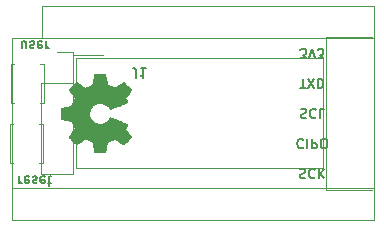
<source format=gbr>
G04 #@! TF.GenerationSoftware,KiCad,Pcbnew,5.1.5+dfsg1-2build2*
G04 #@! TF.CreationDate,2021-03-15T22:22:15+01:00*
G04 #@! TF.ProjectId,ProMicro_CONN,50726f4d-6963-4726-9f5f-434f4e4e2e6b,v1.5*
G04 #@! TF.SameCoordinates,Original*
G04 #@! TF.FileFunction,Legend,Bot*
G04 #@! TF.FilePolarity,Positive*
%FSLAX46Y46*%
G04 Gerber Fmt 4.6, Leading zero omitted, Abs format (unit mm)*
G04 Created by KiCad*
%MOMM*%
%LPD*%
G04 APERTURE LIST*
%ADD10C,0.200000*%
%ADD11C,0.120000*%
%ADD12C,0.010000*%
G04 APERTURE END LIST*
D10*
X160261428Y-116516190D02*
X160375714Y-116478095D01*
X160566190Y-116478095D01*
X160642380Y-116516190D01*
X160680476Y-116554285D01*
X160718571Y-116630476D01*
X160718571Y-116706666D01*
X160680476Y-116782857D01*
X160642380Y-116820952D01*
X160566190Y-116859047D01*
X160413809Y-116897142D01*
X160337619Y-116935238D01*
X160299523Y-116973333D01*
X160261428Y-117049523D01*
X160261428Y-117125714D01*
X160299523Y-117201904D01*
X160337619Y-117240000D01*
X160413809Y-117278095D01*
X160604285Y-117278095D01*
X160718571Y-117240000D01*
X161518571Y-116554285D02*
X161480476Y-116516190D01*
X161366190Y-116478095D01*
X161290000Y-116478095D01*
X161175714Y-116516190D01*
X161099523Y-116592380D01*
X161061428Y-116668571D01*
X161023333Y-116820952D01*
X161023333Y-116935238D01*
X161061428Y-117087619D01*
X161099523Y-117163809D01*
X161175714Y-117240000D01*
X161290000Y-117278095D01*
X161366190Y-117278095D01*
X161480476Y-117240000D01*
X161518571Y-117201904D01*
X161861428Y-116478095D02*
X161861428Y-117278095D01*
X162318571Y-116478095D02*
X161975714Y-116935238D01*
X162318571Y-117278095D02*
X161861428Y-116820952D01*
X160528095Y-114014285D02*
X160490000Y-113976190D01*
X160375714Y-113938095D01*
X160299523Y-113938095D01*
X160185238Y-113976190D01*
X160109047Y-114052380D01*
X160070952Y-114128571D01*
X160032857Y-114280952D01*
X160032857Y-114395238D01*
X160070952Y-114547619D01*
X160109047Y-114623809D01*
X160185238Y-114700000D01*
X160299523Y-114738095D01*
X160375714Y-114738095D01*
X160490000Y-114700000D01*
X160528095Y-114661904D01*
X160870952Y-113938095D02*
X160870952Y-114738095D01*
X161251904Y-113938095D02*
X161251904Y-114738095D01*
X161556666Y-114738095D01*
X161632857Y-114700000D01*
X161670952Y-114661904D01*
X161709047Y-114585714D01*
X161709047Y-114471428D01*
X161670952Y-114395238D01*
X161632857Y-114357142D01*
X161556666Y-114319047D01*
X161251904Y-114319047D01*
X162204285Y-114738095D02*
X162356666Y-114738095D01*
X162432857Y-114700000D01*
X162509047Y-114623809D01*
X162547142Y-114471428D01*
X162547142Y-114204761D01*
X162509047Y-114052380D01*
X162432857Y-113976190D01*
X162356666Y-113938095D01*
X162204285Y-113938095D01*
X162128095Y-113976190D01*
X162051904Y-114052380D01*
X162013809Y-114204761D01*
X162013809Y-114471428D01*
X162051904Y-114623809D01*
X162128095Y-114700000D01*
X162204285Y-114738095D01*
X160337619Y-111436190D02*
X160451904Y-111398095D01*
X160642380Y-111398095D01*
X160718571Y-111436190D01*
X160756666Y-111474285D01*
X160794761Y-111550476D01*
X160794761Y-111626666D01*
X160756666Y-111702857D01*
X160718571Y-111740952D01*
X160642380Y-111779047D01*
X160490000Y-111817142D01*
X160413809Y-111855238D01*
X160375714Y-111893333D01*
X160337619Y-111969523D01*
X160337619Y-112045714D01*
X160375714Y-112121904D01*
X160413809Y-112160000D01*
X160490000Y-112198095D01*
X160680476Y-112198095D01*
X160794761Y-112160000D01*
X161594761Y-111474285D02*
X161556666Y-111436190D01*
X161442380Y-111398095D01*
X161366190Y-111398095D01*
X161251904Y-111436190D01*
X161175714Y-111512380D01*
X161137619Y-111588571D01*
X161099523Y-111740952D01*
X161099523Y-111855238D01*
X161137619Y-112007619D01*
X161175714Y-112083809D01*
X161251904Y-112160000D01*
X161366190Y-112198095D01*
X161442380Y-112198095D01*
X161556666Y-112160000D01*
X161594761Y-112121904D01*
X162318571Y-111398095D02*
X161937619Y-111398095D01*
X161937619Y-112198095D01*
X160280476Y-109658095D02*
X160737619Y-109658095D01*
X160509047Y-108858095D02*
X160509047Y-109658095D01*
X160928095Y-109658095D02*
X161461428Y-108858095D01*
X161461428Y-109658095D02*
X160928095Y-108858095D01*
X161766190Y-108858095D02*
X161766190Y-109658095D01*
X161956666Y-109658095D01*
X162070952Y-109620000D01*
X162147142Y-109543809D01*
X162185238Y-109467619D01*
X162223333Y-109315238D01*
X162223333Y-109200952D01*
X162185238Y-109048571D01*
X162147142Y-108972380D01*
X162070952Y-108896190D01*
X161956666Y-108858095D01*
X161766190Y-108858095D01*
X160299523Y-107118095D02*
X160794761Y-107118095D01*
X160528095Y-106813333D01*
X160642380Y-106813333D01*
X160718571Y-106775238D01*
X160756666Y-106737142D01*
X160794761Y-106660952D01*
X160794761Y-106470476D01*
X160756666Y-106394285D01*
X160718571Y-106356190D01*
X160642380Y-106318095D01*
X160413809Y-106318095D01*
X160337619Y-106356190D01*
X160299523Y-106394285D01*
X161023333Y-107118095D02*
X161290000Y-106318095D01*
X161556666Y-107118095D01*
X161747142Y-107118095D02*
X162242380Y-107118095D01*
X161975714Y-106813333D01*
X162090000Y-106813333D01*
X162166190Y-106775238D01*
X162204285Y-106737142D01*
X162242380Y-106660952D01*
X162242380Y-106470476D01*
X162204285Y-106394285D01*
X162166190Y-106356190D01*
X162090000Y-106318095D01*
X161861428Y-106318095D01*
X161785238Y-106356190D01*
X161747142Y-106394285D01*
D11*
X141085000Y-106835000D02*
X141085000Y-109375000D01*
X141085000Y-106835000D02*
X143625000Y-106835000D01*
X141335000Y-107085000D02*
X141335000Y-116435000D01*
X162195000Y-107085000D02*
X141335000Y-107085000D01*
X162195000Y-116435000D02*
X162195000Y-107085000D01*
X141335000Y-116435000D02*
X162195000Y-116435000D01*
D12*
G36*
X140470931Y-112315814D02*
G01*
X140915555Y-112399635D01*
X141043053Y-112708920D01*
X141170551Y-113018206D01*
X140918246Y-113389246D01*
X140847996Y-113493157D01*
X140785272Y-113587087D01*
X140732938Y-113666652D01*
X140693857Y-113727470D01*
X140670893Y-113765157D01*
X140665942Y-113775421D01*
X140678676Y-113793910D01*
X140713882Y-113833420D01*
X140767062Y-113889522D01*
X140833718Y-113957787D01*
X140909354Y-114033786D01*
X140989472Y-114113092D01*
X141069574Y-114191275D01*
X141145164Y-114263907D01*
X141211745Y-114326559D01*
X141264818Y-114374803D01*
X141299887Y-114404210D01*
X141311623Y-114411241D01*
X141333260Y-114401123D01*
X141380662Y-114372759D01*
X141449193Y-114329129D01*
X141534215Y-114273218D01*
X141631093Y-114208006D01*
X141686350Y-114170219D01*
X141787248Y-114101343D01*
X141878299Y-114040140D01*
X141954970Y-113989578D01*
X142012728Y-113952628D01*
X142047043Y-113932258D01*
X142054254Y-113929197D01*
X142074748Y-113936136D01*
X142122513Y-113955051D01*
X142190832Y-113983087D01*
X142272989Y-114017391D01*
X142362270Y-114055109D01*
X142451958Y-114093387D01*
X142535338Y-114129370D01*
X142605694Y-114160206D01*
X142656310Y-114183039D01*
X142680471Y-114195017D01*
X142681422Y-114195724D01*
X142686036Y-114214531D01*
X142696328Y-114264618D01*
X142711287Y-114340793D01*
X142729901Y-114437865D01*
X142751159Y-114550643D01*
X142763418Y-114616442D01*
X142786362Y-114736950D01*
X142808195Y-114845797D01*
X142827722Y-114937476D01*
X142843748Y-115006481D01*
X142855079Y-115047304D01*
X142858674Y-115055511D01*
X142883006Y-115063548D01*
X142937959Y-115070033D01*
X143017108Y-115074970D01*
X143114026Y-115078364D01*
X143222287Y-115080218D01*
X143335465Y-115080538D01*
X143447135Y-115079327D01*
X143550868Y-115076590D01*
X143640241Y-115072331D01*
X143708826Y-115066555D01*
X143750197Y-115059267D01*
X143758810Y-115054895D01*
X143769133Y-115028764D01*
X143783892Y-114973393D01*
X143801352Y-114896107D01*
X143819780Y-114804230D01*
X143825741Y-114772158D01*
X143854066Y-114617524D01*
X143876876Y-114495375D01*
X143895080Y-114401673D01*
X143909583Y-114332384D01*
X143921292Y-114283471D01*
X143931115Y-114250897D01*
X143939956Y-114230628D01*
X143948724Y-114218626D01*
X143950457Y-114216947D01*
X143978371Y-114200184D01*
X144032695Y-114174614D01*
X144106777Y-114142788D01*
X144193965Y-114107260D01*
X144287608Y-114070583D01*
X144381052Y-114035311D01*
X144467647Y-114003996D01*
X144540740Y-113979193D01*
X144593678Y-113963454D01*
X144619811Y-113959332D01*
X144620726Y-113959676D01*
X144642086Y-113973641D01*
X144689084Y-114005322D01*
X144756827Y-114051391D01*
X144840423Y-114108518D01*
X144934982Y-114173373D01*
X144961854Y-114191843D01*
X145059275Y-114257699D01*
X145148163Y-114315650D01*
X145223412Y-114362538D01*
X145279920Y-114395207D01*
X145312581Y-114410500D01*
X145316593Y-114411241D01*
X145337684Y-114398392D01*
X145379464Y-114362888D01*
X145437445Y-114309293D01*
X145507135Y-114242171D01*
X145584045Y-114166087D01*
X145663683Y-114085604D01*
X145741561Y-114005287D01*
X145813186Y-113929699D01*
X145874070Y-113863405D01*
X145919721Y-113810969D01*
X145945650Y-113776955D01*
X145949883Y-113767545D01*
X145939912Y-113745643D01*
X145913020Y-113700800D01*
X145873736Y-113640321D01*
X145842117Y-113593789D01*
X145784098Y-113509475D01*
X145715784Y-113409626D01*
X145647579Y-113309473D01*
X145611075Y-113255627D01*
X145487800Y-113073371D01*
X145570520Y-112920381D01*
X145606759Y-112850682D01*
X145634926Y-112791414D01*
X145650991Y-112751311D01*
X145653226Y-112741103D01*
X145636722Y-112728829D01*
X145590082Y-112704613D01*
X145517609Y-112670263D01*
X145423606Y-112627588D01*
X145312374Y-112578394D01*
X145188215Y-112524490D01*
X145055432Y-112467684D01*
X144918327Y-112409782D01*
X144781202Y-112352593D01*
X144648358Y-112297924D01*
X144524098Y-112247584D01*
X144412725Y-112203380D01*
X144318539Y-112167119D01*
X144245844Y-112140609D01*
X144198941Y-112125658D01*
X144182833Y-112123254D01*
X144162286Y-112142311D01*
X144128933Y-112184036D01*
X144089702Y-112239706D01*
X144086599Y-112244378D01*
X143971423Y-112388264D01*
X143837053Y-112504283D01*
X143687784Y-112591430D01*
X143527913Y-112648699D01*
X143361737Y-112675086D01*
X143193552Y-112669585D01*
X143027655Y-112631190D01*
X142868342Y-112558895D01*
X142833487Y-112537626D01*
X142692737Y-112426996D01*
X142579714Y-112296302D01*
X142495003Y-112150064D01*
X142439194Y-111992808D01*
X142412874Y-111829057D01*
X142416630Y-111663333D01*
X142451050Y-111500162D01*
X142516723Y-111344065D01*
X142614235Y-111199567D01*
X142653813Y-111154869D01*
X142777703Y-111041112D01*
X142908124Y-110958218D01*
X143054315Y-110901356D01*
X143199088Y-110869687D01*
X143361860Y-110861869D01*
X143525440Y-110887938D01*
X143684298Y-110945245D01*
X143832906Y-111031144D01*
X143965735Y-111142986D01*
X144077256Y-111278123D01*
X144089011Y-111295883D01*
X144127508Y-111352150D01*
X144160863Y-111394923D01*
X144182160Y-111415372D01*
X144182833Y-111415669D01*
X144205871Y-111411279D01*
X144258157Y-111393876D01*
X144335390Y-111365268D01*
X144433268Y-111327265D01*
X144547491Y-111281674D01*
X144673758Y-111230303D01*
X144807767Y-111174962D01*
X144945218Y-111117458D01*
X145081808Y-111059601D01*
X145213237Y-111003198D01*
X145335205Y-110950058D01*
X145443409Y-110901990D01*
X145533549Y-110860801D01*
X145601323Y-110828301D01*
X145642430Y-110806297D01*
X145653226Y-110797436D01*
X145644819Y-110770360D01*
X145622272Y-110719697D01*
X145589613Y-110654183D01*
X145570520Y-110618159D01*
X145487800Y-110465168D01*
X145611075Y-110282912D01*
X145674228Y-110189875D01*
X145743727Y-110088015D01*
X145809165Y-109992562D01*
X145842117Y-109944750D01*
X145887273Y-109877505D01*
X145923057Y-109820564D01*
X145944938Y-109781354D01*
X145949563Y-109768619D01*
X145937085Y-109750083D01*
X145902252Y-109709059D01*
X145848678Y-109649525D01*
X145779983Y-109575458D01*
X145699781Y-109490835D01*
X145648286Y-109437315D01*
X145556286Y-109343681D01*
X145473999Y-109262759D01*
X145404945Y-109197823D01*
X145352644Y-109152142D01*
X145320616Y-109128989D01*
X145314116Y-109126768D01*
X145289394Y-109137076D01*
X145239405Y-109165561D01*
X145169212Y-109209063D01*
X145083875Y-109264423D01*
X144988456Y-109328480D01*
X144961854Y-109346697D01*
X144865167Y-109413073D01*
X144778117Y-109472622D01*
X144705595Y-109522016D01*
X144652493Y-109557925D01*
X144623703Y-109577019D01*
X144620726Y-109578864D01*
X144597782Y-109576105D01*
X144547336Y-109561462D01*
X144476041Y-109537487D01*
X144390547Y-109506734D01*
X144297507Y-109471756D01*
X144203574Y-109435107D01*
X144115399Y-109399339D01*
X144039634Y-109367006D01*
X143982931Y-109340662D01*
X143951943Y-109322858D01*
X143950457Y-109321593D01*
X143941601Y-109310706D01*
X143932843Y-109292318D01*
X143923277Y-109262394D01*
X143911996Y-109216897D01*
X143898093Y-109151791D01*
X143880663Y-109063039D01*
X143858798Y-108946607D01*
X143831591Y-108798458D01*
X143825741Y-108766382D01*
X143807374Y-108671314D01*
X143789405Y-108588435D01*
X143773569Y-108525070D01*
X143761600Y-108488542D01*
X143758810Y-108483644D01*
X143734072Y-108475573D01*
X143678790Y-108469013D01*
X143599389Y-108463967D01*
X143502296Y-108460441D01*
X143393938Y-108458439D01*
X143280740Y-108457964D01*
X143169128Y-108459023D01*
X143065529Y-108461618D01*
X142976368Y-108465754D01*
X142908072Y-108471437D01*
X142867066Y-108478669D01*
X142858674Y-108483029D01*
X142850208Y-108507302D01*
X142836435Y-108562574D01*
X142818550Y-108643338D01*
X142797748Y-108744088D01*
X142775223Y-108859317D01*
X142763418Y-108922098D01*
X142741151Y-109041213D01*
X142720979Y-109147435D01*
X142703915Y-109235573D01*
X142690969Y-109300434D01*
X142683155Y-109336826D01*
X142681422Y-109342816D01*
X142661890Y-109352939D01*
X142614843Y-109374338D01*
X142547003Y-109404161D01*
X142465091Y-109439555D01*
X142375828Y-109477668D01*
X142285935Y-109515647D01*
X142202135Y-109550640D01*
X142131147Y-109579794D01*
X142079694Y-109600257D01*
X142054497Y-109609177D01*
X142053396Y-109609343D01*
X142033519Y-109599231D01*
X141987777Y-109570883D01*
X141920717Y-109527277D01*
X141836884Y-109471394D01*
X141740826Y-109406213D01*
X141685650Y-109368321D01*
X141584481Y-109299275D01*
X141492630Y-109237950D01*
X141414744Y-109187337D01*
X141355469Y-109150429D01*
X141319451Y-109130218D01*
X141311377Y-109127299D01*
X141292584Y-109139847D01*
X141252457Y-109174537D01*
X141195493Y-109226937D01*
X141126185Y-109292616D01*
X141049031Y-109367144D01*
X140968525Y-109446087D01*
X140889163Y-109525017D01*
X140815440Y-109599500D01*
X140751852Y-109665106D01*
X140702894Y-109717404D01*
X140673061Y-109751961D01*
X140665942Y-109763522D01*
X140675953Y-109782346D01*
X140704078Y-109827369D01*
X140747454Y-109894213D01*
X140803218Y-109978501D01*
X140868506Y-110075856D01*
X140918246Y-110149293D01*
X141170551Y-110520333D01*
X140915555Y-111138905D01*
X140470931Y-111222725D01*
X140026307Y-111306546D01*
X140026307Y-112231994D01*
X140470931Y-112315814D01*
G37*
X140470931Y-112315814D02*
X140915555Y-112399635D01*
X141043053Y-112708920D01*
X141170551Y-113018206D01*
X140918246Y-113389246D01*
X140847996Y-113493157D01*
X140785272Y-113587087D01*
X140732938Y-113666652D01*
X140693857Y-113727470D01*
X140670893Y-113765157D01*
X140665942Y-113775421D01*
X140678676Y-113793910D01*
X140713882Y-113833420D01*
X140767062Y-113889522D01*
X140833718Y-113957787D01*
X140909354Y-114033786D01*
X140989472Y-114113092D01*
X141069574Y-114191275D01*
X141145164Y-114263907D01*
X141211745Y-114326559D01*
X141264818Y-114374803D01*
X141299887Y-114404210D01*
X141311623Y-114411241D01*
X141333260Y-114401123D01*
X141380662Y-114372759D01*
X141449193Y-114329129D01*
X141534215Y-114273218D01*
X141631093Y-114208006D01*
X141686350Y-114170219D01*
X141787248Y-114101343D01*
X141878299Y-114040140D01*
X141954970Y-113989578D01*
X142012728Y-113952628D01*
X142047043Y-113932258D01*
X142054254Y-113929197D01*
X142074748Y-113936136D01*
X142122513Y-113955051D01*
X142190832Y-113983087D01*
X142272989Y-114017391D01*
X142362270Y-114055109D01*
X142451958Y-114093387D01*
X142535338Y-114129370D01*
X142605694Y-114160206D01*
X142656310Y-114183039D01*
X142680471Y-114195017D01*
X142681422Y-114195724D01*
X142686036Y-114214531D01*
X142696328Y-114264618D01*
X142711287Y-114340793D01*
X142729901Y-114437865D01*
X142751159Y-114550643D01*
X142763418Y-114616442D01*
X142786362Y-114736950D01*
X142808195Y-114845797D01*
X142827722Y-114937476D01*
X142843748Y-115006481D01*
X142855079Y-115047304D01*
X142858674Y-115055511D01*
X142883006Y-115063548D01*
X142937959Y-115070033D01*
X143017108Y-115074970D01*
X143114026Y-115078364D01*
X143222287Y-115080218D01*
X143335465Y-115080538D01*
X143447135Y-115079327D01*
X143550868Y-115076590D01*
X143640241Y-115072331D01*
X143708826Y-115066555D01*
X143750197Y-115059267D01*
X143758810Y-115054895D01*
X143769133Y-115028764D01*
X143783892Y-114973393D01*
X143801352Y-114896107D01*
X143819780Y-114804230D01*
X143825741Y-114772158D01*
X143854066Y-114617524D01*
X143876876Y-114495375D01*
X143895080Y-114401673D01*
X143909583Y-114332384D01*
X143921292Y-114283471D01*
X143931115Y-114250897D01*
X143939956Y-114230628D01*
X143948724Y-114218626D01*
X143950457Y-114216947D01*
X143978371Y-114200184D01*
X144032695Y-114174614D01*
X144106777Y-114142788D01*
X144193965Y-114107260D01*
X144287608Y-114070583D01*
X144381052Y-114035311D01*
X144467647Y-114003996D01*
X144540740Y-113979193D01*
X144593678Y-113963454D01*
X144619811Y-113959332D01*
X144620726Y-113959676D01*
X144642086Y-113973641D01*
X144689084Y-114005322D01*
X144756827Y-114051391D01*
X144840423Y-114108518D01*
X144934982Y-114173373D01*
X144961854Y-114191843D01*
X145059275Y-114257699D01*
X145148163Y-114315650D01*
X145223412Y-114362538D01*
X145279920Y-114395207D01*
X145312581Y-114410500D01*
X145316593Y-114411241D01*
X145337684Y-114398392D01*
X145379464Y-114362888D01*
X145437445Y-114309293D01*
X145507135Y-114242171D01*
X145584045Y-114166087D01*
X145663683Y-114085604D01*
X145741561Y-114005287D01*
X145813186Y-113929699D01*
X145874070Y-113863405D01*
X145919721Y-113810969D01*
X145945650Y-113776955D01*
X145949883Y-113767545D01*
X145939912Y-113745643D01*
X145913020Y-113700800D01*
X145873736Y-113640321D01*
X145842117Y-113593789D01*
X145784098Y-113509475D01*
X145715784Y-113409626D01*
X145647579Y-113309473D01*
X145611075Y-113255627D01*
X145487800Y-113073371D01*
X145570520Y-112920381D01*
X145606759Y-112850682D01*
X145634926Y-112791414D01*
X145650991Y-112751311D01*
X145653226Y-112741103D01*
X145636722Y-112728829D01*
X145590082Y-112704613D01*
X145517609Y-112670263D01*
X145423606Y-112627588D01*
X145312374Y-112578394D01*
X145188215Y-112524490D01*
X145055432Y-112467684D01*
X144918327Y-112409782D01*
X144781202Y-112352593D01*
X144648358Y-112297924D01*
X144524098Y-112247584D01*
X144412725Y-112203380D01*
X144318539Y-112167119D01*
X144245844Y-112140609D01*
X144198941Y-112125658D01*
X144182833Y-112123254D01*
X144162286Y-112142311D01*
X144128933Y-112184036D01*
X144089702Y-112239706D01*
X144086599Y-112244378D01*
X143971423Y-112388264D01*
X143837053Y-112504283D01*
X143687784Y-112591430D01*
X143527913Y-112648699D01*
X143361737Y-112675086D01*
X143193552Y-112669585D01*
X143027655Y-112631190D01*
X142868342Y-112558895D01*
X142833487Y-112537626D01*
X142692737Y-112426996D01*
X142579714Y-112296302D01*
X142495003Y-112150064D01*
X142439194Y-111992808D01*
X142412874Y-111829057D01*
X142416630Y-111663333D01*
X142451050Y-111500162D01*
X142516723Y-111344065D01*
X142614235Y-111199567D01*
X142653813Y-111154869D01*
X142777703Y-111041112D01*
X142908124Y-110958218D01*
X143054315Y-110901356D01*
X143199088Y-110869687D01*
X143361860Y-110861869D01*
X143525440Y-110887938D01*
X143684298Y-110945245D01*
X143832906Y-111031144D01*
X143965735Y-111142986D01*
X144077256Y-111278123D01*
X144089011Y-111295883D01*
X144127508Y-111352150D01*
X144160863Y-111394923D01*
X144182160Y-111415372D01*
X144182833Y-111415669D01*
X144205871Y-111411279D01*
X144258157Y-111393876D01*
X144335390Y-111365268D01*
X144433268Y-111327265D01*
X144547491Y-111281674D01*
X144673758Y-111230303D01*
X144807767Y-111174962D01*
X144945218Y-111117458D01*
X145081808Y-111059601D01*
X145213237Y-111003198D01*
X145335205Y-110950058D01*
X145443409Y-110901990D01*
X145533549Y-110860801D01*
X145601323Y-110828301D01*
X145642430Y-110806297D01*
X145653226Y-110797436D01*
X145644819Y-110770360D01*
X145622272Y-110719697D01*
X145589613Y-110654183D01*
X145570520Y-110618159D01*
X145487800Y-110465168D01*
X145611075Y-110282912D01*
X145674228Y-110189875D01*
X145743727Y-110088015D01*
X145809165Y-109992562D01*
X145842117Y-109944750D01*
X145887273Y-109877505D01*
X145923057Y-109820564D01*
X145944938Y-109781354D01*
X145949563Y-109768619D01*
X145937085Y-109750083D01*
X145902252Y-109709059D01*
X145848678Y-109649525D01*
X145779983Y-109575458D01*
X145699781Y-109490835D01*
X145648286Y-109437315D01*
X145556286Y-109343681D01*
X145473999Y-109262759D01*
X145404945Y-109197823D01*
X145352644Y-109152142D01*
X145320616Y-109128989D01*
X145314116Y-109126768D01*
X145289394Y-109137076D01*
X145239405Y-109165561D01*
X145169212Y-109209063D01*
X145083875Y-109264423D01*
X144988456Y-109328480D01*
X144961854Y-109346697D01*
X144865167Y-109413073D01*
X144778117Y-109472622D01*
X144705595Y-109522016D01*
X144652493Y-109557925D01*
X144623703Y-109577019D01*
X144620726Y-109578864D01*
X144597782Y-109576105D01*
X144547336Y-109561462D01*
X144476041Y-109537487D01*
X144390547Y-109506734D01*
X144297507Y-109471756D01*
X144203574Y-109435107D01*
X144115399Y-109399339D01*
X144039634Y-109367006D01*
X143982931Y-109340662D01*
X143951943Y-109322858D01*
X143950457Y-109321593D01*
X143941601Y-109310706D01*
X143932843Y-109292318D01*
X143923277Y-109262394D01*
X143911996Y-109216897D01*
X143898093Y-109151791D01*
X143880663Y-109063039D01*
X143858798Y-108946607D01*
X143831591Y-108798458D01*
X143825741Y-108766382D01*
X143807374Y-108671314D01*
X143789405Y-108588435D01*
X143773569Y-108525070D01*
X143761600Y-108488542D01*
X143758810Y-108483644D01*
X143734072Y-108475573D01*
X143678790Y-108469013D01*
X143599389Y-108463967D01*
X143502296Y-108460441D01*
X143393938Y-108458439D01*
X143280740Y-108457964D01*
X143169128Y-108459023D01*
X143065529Y-108461618D01*
X142976368Y-108465754D01*
X142908072Y-108471437D01*
X142867066Y-108478669D01*
X142858674Y-108483029D01*
X142850208Y-108507302D01*
X142836435Y-108562574D01*
X142818550Y-108643338D01*
X142797748Y-108744088D01*
X142775223Y-108859317D01*
X142763418Y-108922098D01*
X142741151Y-109041213D01*
X142720979Y-109147435D01*
X142703915Y-109235573D01*
X142690969Y-109300434D01*
X142683155Y-109336826D01*
X142681422Y-109342816D01*
X142661890Y-109352939D01*
X142614843Y-109374338D01*
X142547003Y-109404161D01*
X142465091Y-109439555D01*
X142375828Y-109477668D01*
X142285935Y-109515647D01*
X142202135Y-109550640D01*
X142131147Y-109579794D01*
X142079694Y-109600257D01*
X142054497Y-109609177D01*
X142053396Y-109609343D01*
X142033519Y-109599231D01*
X141987777Y-109570883D01*
X141920717Y-109527277D01*
X141836884Y-109471394D01*
X141740826Y-109406213D01*
X141685650Y-109368321D01*
X141584481Y-109299275D01*
X141492630Y-109237950D01*
X141414744Y-109187337D01*
X141355469Y-109150429D01*
X141319451Y-109130218D01*
X141311377Y-109127299D01*
X141292584Y-109139847D01*
X141252457Y-109174537D01*
X141195493Y-109226937D01*
X141126185Y-109292616D01*
X141049031Y-109367144D01*
X140968525Y-109446087D01*
X140889163Y-109525017D01*
X140815440Y-109599500D01*
X140751852Y-109665106D01*
X140702894Y-109717404D01*
X140673061Y-109751961D01*
X140665942Y-109763522D01*
X140675953Y-109782346D01*
X140704078Y-109827369D01*
X140747454Y-109894213D01*
X140803218Y-109978501D01*
X140868506Y-110075856D01*
X140918246Y-110149293D01*
X141170551Y-110520333D01*
X140915555Y-111138905D01*
X140470931Y-111222725D01*
X140026307Y-111306546D01*
X140026307Y-112231994D01*
X140470931Y-112315814D01*
D11*
X135890000Y-120800000D02*
X135890000Y-105410000D01*
X166520000Y-120800000D02*
X135890000Y-120800000D01*
X166520000Y-102720000D02*
X166520000Y-120800000D01*
X135890000Y-105410000D02*
X166520000Y-105410000D01*
X138430000Y-105410000D02*
X138430000Y-102720000D01*
X135890000Y-118110000D02*
X166520000Y-118110000D01*
X138430000Y-102720000D02*
X166520000Y-102720000D01*
X138560000Y-107570000D02*
X138260000Y-107570000D01*
X138560000Y-110870000D02*
X138560000Y-107570000D01*
X138260000Y-110870000D02*
X138560000Y-110870000D01*
X135760000Y-107570000D02*
X136060000Y-107570000D01*
X135760000Y-110870000D02*
X135760000Y-107570000D01*
X136060000Y-110870000D02*
X135760000Y-110870000D01*
X162433000Y-105283000D02*
X162433000Y-118237000D01*
X162433000Y-118237000D02*
X166370000Y-118237000D01*
X166370000Y-105280000D02*
X162433000Y-105280000D01*
X135696548Y-115950000D02*
X135996548Y-115950000D01*
X135696548Y-112650000D02*
X135696548Y-115950000D01*
X135996548Y-112650000D02*
X135696548Y-112650000D01*
X138496548Y-115950000D02*
X138196548Y-115950000D01*
X138496548Y-112650000D02*
X138496548Y-115950000D01*
X138196548Y-112650000D02*
X138496548Y-112650000D01*
X141030000Y-116900000D02*
X138370000Y-116900000D01*
X141030000Y-109220000D02*
X141030000Y-116900000D01*
X138370000Y-109220000D02*
X138370000Y-116900000D01*
X141030000Y-109220000D02*
X138370000Y-109220000D01*
X141030000Y-107950000D02*
X141030000Y-106620000D01*
X141030000Y-106620000D02*
X139700000Y-106620000D01*
D10*
X146418333Y-108769095D02*
X146418333Y-108197666D01*
X146380238Y-108083380D01*
X146304047Y-108007190D01*
X146189761Y-107969095D01*
X146113571Y-107969095D01*
X147218333Y-107969095D02*
X146761190Y-107969095D01*
X146989761Y-107969095D02*
X146989761Y-108769095D01*
X146913571Y-108654809D01*
X146837380Y-108578619D01*
X146761190Y-108540523D01*
X137052142Y-106216428D02*
X137052142Y-105683095D01*
X136709285Y-106216428D02*
X136709285Y-105797380D01*
X136747380Y-105721190D01*
X136823571Y-105683095D01*
X136937857Y-105683095D01*
X137014047Y-105721190D01*
X137052142Y-105759285D01*
X137395000Y-105721190D02*
X137471190Y-105683095D01*
X137623571Y-105683095D01*
X137699761Y-105721190D01*
X137737857Y-105797380D01*
X137737857Y-105835476D01*
X137699761Y-105911666D01*
X137623571Y-105949761D01*
X137509285Y-105949761D01*
X137433095Y-105987857D01*
X137395000Y-106064047D01*
X137395000Y-106102142D01*
X137433095Y-106178333D01*
X137509285Y-106216428D01*
X137623571Y-106216428D01*
X137699761Y-106178333D01*
X138385476Y-105721190D02*
X138309285Y-105683095D01*
X138156904Y-105683095D01*
X138080714Y-105721190D01*
X138042619Y-105797380D01*
X138042619Y-106102142D01*
X138080714Y-106178333D01*
X138156904Y-106216428D01*
X138309285Y-106216428D01*
X138385476Y-106178333D01*
X138423571Y-106102142D01*
X138423571Y-106025952D01*
X138042619Y-105949761D01*
X138766428Y-105683095D02*
X138766428Y-106216428D01*
X138766428Y-106064047D02*
X138804523Y-106140238D01*
X138842619Y-106178333D01*
X138918809Y-106216428D01*
X138995000Y-106216428D01*
X136499761Y-117113095D02*
X136499761Y-117646428D01*
X136499761Y-117494047D02*
X136537857Y-117570238D01*
X136575952Y-117608333D01*
X136652142Y-117646428D01*
X136728333Y-117646428D01*
X137299761Y-117151190D02*
X137223571Y-117113095D01*
X137071190Y-117113095D01*
X136995000Y-117151190D01*
X136956904Y-117227380D01*
X136956904Y-117532142D01*
X136995000Y-117608333D01*
X137071190Y-117646428D01*
X137223571Y-117646428D01*
X137299761Y-117608333D01*
X137337857Y-117532142D01*
X137337857Y-117455952D01*
X136956904Y-117379761D01*
X137642619Y-117151190D02*
X137718809Y-117113095D01*
X137871190Y-117113095D01*
X137947380Y-117151190D01*
X137985476Y-117227380D01*
X137985476Y-117265476D01*
X137947380Y-117341666D01*
X137871190Y-117379761D01*
X137756904Y-117379761D01*
X137680714Y-117417857D01*
X137642619Y-117494047D01*
X137642619Y-117532142D01*
X137680714Y-117608333D01*
X137756904Y-117646428D01*
X137871190Y-117646428D01*
X137947380Y-117608333D01*
X138633095Y-117151190D02*
X138556904Y-117113095D01*
X138404523Y-117113095D01*
X138328333Y-117151190D01*
X138290238Y-117227380D01*
X138290238Y-117532142D01*
X138328333Y-117608333D01*
X138404523Y-117646428D01*
X138556904Y-117646428D01*
X138633095Y-117608333D01*
X138671190Y-117532142D01*
X138671190Y-117455952D01*
X138290238Y-117379761D01*
X138899761Y-117646428D02*
X139204523Y-117646428D01*
X139014047Y-117913095D02*
X139014047Y-117227380D01*
X139052142Y-117151190D01*
X139128333Y-117113095D01*
X139204523Y-117113095D01*
M02*

</source>
